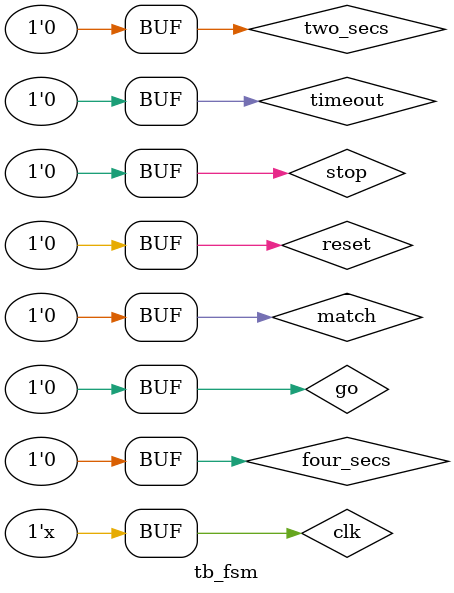
<source format=v>
`timescale 1ns/1ps

module tb_fsm;

reg clk;
reg reset;
reg go;
reg stop;
reg four_secs;
reg two_secs;
reg match;
reg timeout;

wire load_target;
wire show_target;
wire reset_timer;
wire load_numbers;
wire shr;
wire shl;
wire fsm_good;
wire fsm_lose;
wire display_on;
wire flash;

fsm dut(
    .clk(clk),
    .reset(reset),
    .go(go),
    .stop(stop),
    .four_secs(four_secs),
    .two_secs(two_secs),
    .match(match),
    .timeout(timeout),
    .load_target(load_target),
    .show_target(show_target),
    .reset_timer(reset_timer),
    .load_numbers(load_numbers),
    .shr(shr),
    .shl(shl),
    .fsm_good(fsm_good),
    .fsm_lose(fsm_lose),
    .display_on(display_on),
    .flash(flash)
);

initial clk = 0;
always #5 clk = ~clk;

initial begin
    reset = 1;
    go = 0;
    stop = 0;
    two_secs = 0;
    four_secs = 0;
    match = 0;
    timeout = 0;

    #20;
    reset = 0;

    // win
    #200
    #10 go = 1; 
    #10 go = 0;
    
    #20 two_secs = 1; 
    #10 two_secs = 0;
    
    #20 match = 1; 
        stop = 1; 
    #10 stop = 0;
    
    #40 four_secs = 1; 
    #10 four_secs = 0;
    match = 0;

    // lose
    #10
    #20 go = 1; 
    #10 go = 0;
    
    #20 two_secs = 1; 
    #10 two_secs = 0;
    #30 timeout = 1;
    
    #40 four_secs = 1; 
    #10 four_secs = 0;
    timeout = 0;

    // lose
    #20 go = 1; 
    #10 go = 0;
    
    #20 two_secs = 1; 
    #10 two_secs = 0;
    
    #20 match = 0; 
        stop = 1; 
    #10 stop = 0;
    
    #40 four_secs = 1; 
    #10 four_secs = 0;
end

endmodule
</source>
